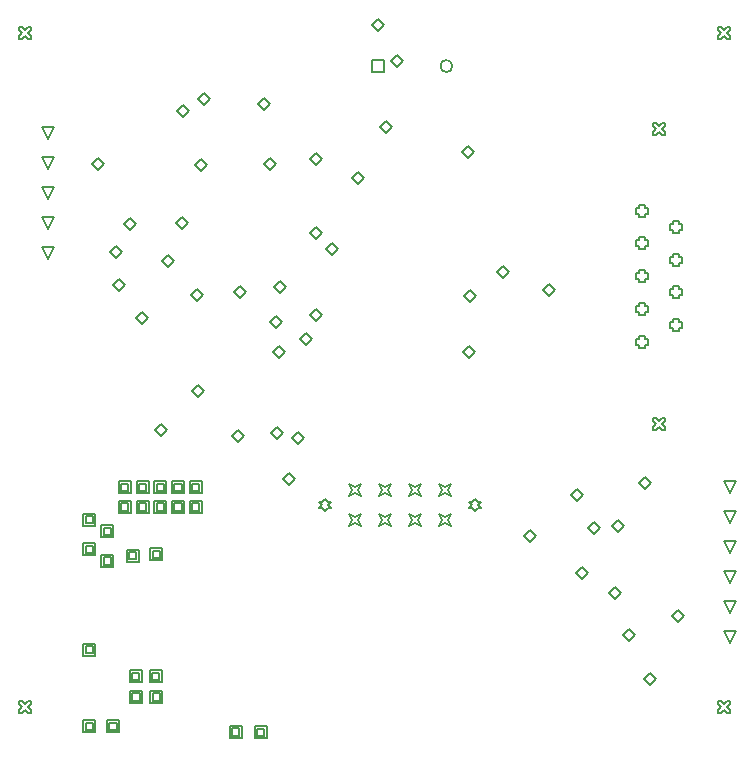
<source format=gbr>
%TF.GenerationSoftware,Altium Limited,Altium Designer,20.2.5 (213)*%
G04 Layer_Color=2752767*
%FSLAX44Y44*%
%MOMM*%
%TF.SameCoordinates,3FE501F2-1E46-4B48-ABA6-5278C61F2325*%
%TF.FilePolarity,Positive*%
%TF.FileFunction,Drawing*%
%TF.Part,Single*%
G01*
G75*
%TA.AperFunction,NonConductor*%
%ADD123C,0.1270*%
%ADD124C,0.1693*%
D123*
X334120Y577920D02*
Y588080D01*
X344280D01*
Y577920D01*
X334120D01*
X637000Y221520D02*
X631920Y231680D01*
X642080D01*
X637000Y221520D01*
Y196120D02*
X631920Y206280D01*
X642080D01*
X637000Y196120D01*
Y170720D02*
X631920Y180880D01*
X642080D01*
X637000Y170720D01*
Y145320D02*
X631920Y155480D01*
X642080D01*
X637000Y145320D01*
Y119920D02*
X631920Y130080D01*
X642080D01*
X637000Y119920D01*
Y94520D02*
X631920Y104680D01*
X642080D01*
X637000Y94520D01*
X60000Y419720D02*
X54920Y429880D01*
X65080D01*
X60000Y419720D01*
Y445120D02*
X54920Y455280D01*
X65080D01*
X60000Y445120D01*
Y470520D02*
X54920Y480680D01*
X65080D01*
X60000Y470520D01*
Y495920D02*
X54920Y506080D01*
X65080D01*
X60000Y495920D01*
Y521320D02*
X54920Y531480D01*
X65080D01*
X60000Y521320D01*
X421642Y206644D02*
X424182Y209184D01*
X426722D01*
X424182Y211724D01*
X426722Y214265D01*
X424182D01*
X421642Y216805D01*
X419102Y214265D01*
X416562D01*
X419102Y211724D01*
X416562Y209184D01*
X419102D01*
X421642Y206644D01*
X294642D02*
X297182Y209184D01*
X299722D01*
X297182Y211724D01*
X299722Y214265D01*
X297182D01*
X294642Y216805D01*
X292102Y214265D01*
X289562D01*
X292102Y211724D01*
X289562Y209184D01*
X292102D01*
X294642Y206644D01*
X314920Y193920D02*
X317460Y199000D01*
X314920Y204080D01*
X320000Y201540D01*
X325080Y204080D01*
X322540Y199000D01*
X325080Y193920D01*
X320000Y196460D01*
X314920Y193920D01*
X340319D02*
X342859Y199000D01*
X340319Y204080D01*
X345399Y201540D01*
X350479Y204080D01*
X347939Y199000D01*
X350479Y193920D01*
X345399Y196460D01*
X340319Y193920D01*
X365717D02*
X368257Y199000D01*
X365717Y204080D01*
X370797Y201540D01*
X375877Y204080D01*
X373337Y199000D01*
X375877Y193920D01*
X370797Y196460D01*
X365717Y193920D01*
X391116D02*
X393656Y199000D01*
X391116Y204080D01*
X396196Y201540D01*
X401276Y204080D01*
X398736Y199000D01*
X401276Y193920D01*
X396196Y196460D01*
X391116Y193920D01*
X391162Y219345D02*
X393702Y224424D01*
X391162Y229505D01*
X396242Y226964D01*
X401322Y229505D01*
X398782Y224424D01*
X401322Y219345D01*
X396242Y221884D01*
X391162Y219345D01*
X365764Y219360D02*
X368304Y224440D01*
X365764Y229520D01*
X370844Y226980D01*
X375924Y229520D01*
X373384Y224440D01*
X375924Y219360D01*
X370844Y221900D01*
X365764Y219360D01*
X340365D02*
X342905Y224440D01*
X340365Y229520D01*
X345445Y226980D01*
X350525Y229520D01*
X347985Y224440D01*
X350525Y219360D01*
X345445Y221900D01*
X340365Y219360D01*
X314966D02*
X317506Y224440D01*
X314966Y229520D01*
X320046Y226980D01*
X325126Y229520D01*
X322586Y224440D01*
X325126Y219360D01*
X320046Y221900D01*
X314966Y219360D01*
X560060Y347210D02*
Y344670D01*
X565140D01*
Y347210D01*
X567680D01*
Y352290D01*
X565140D01*
Y354830D01*
X560060D01*
Y352290D01*
X557520D01*
Y347210D01*
X560060D01*
X588460Y361060D02*
Y358520D01*
X593540D01*
Y361060D01*
X596080D01*
Y366140D01*
X593540D01*
Y368680D01*
X588460D01*
Y366140D01*
X585920D01*
Y361060D01*
X588460D01*
X560060Y374910D02*
Y372370D01*
X565140D01*
Y374910D01*
X567680D01*
Y379990D01*
X565140D01*
Y382530D01*
X560060D01*
Y379990D01*
X557520D01*
Y374910D01*
X560060D01*
X588460Y388760D02*
Y386220D01*
X593540D01*
Y388760D01*
X596080D01*
Y393840D01*
X593540D01*
Y396380D01*
X588460D01*
Y393840D01*
X585920D01*
Y388760D01*
X588460D01*
X560060Y402610D02*
Y400070D01*
X565140D01*
Y402610D01*
X567680D01*
Y407690D01*
X565140D01*
Y410230D01*
X560060D01*
Y407690D01*
X557520D01*
Y402610D01*
X560060D01*
X588460Y416460D02*
Y413920D01*
X593540D01*
Y416460D01*
X596080D01*
Y421540D01*
X593540D01*
Y424080D01*
X588460D01*
Y421540D01*
X585920D01*
Y416460D01*
X588460D01*
X560060Y430310D02*
Y427770D01*
X565140D01*
Y430310D01*
X567680D01*
Y435390D01*
X565140D01*
Y437930D01*
X560060D01*
Y435390D01*
X557520D01*
Y430310D01*
X560060D01*
X588460Y444160D02*
Y441620D01*
X593540D01*
Y444160D01*
X596080D01*
Y449240D01*
X593540D01*
Y451780D01*
X588460D01*
Y449240D01*
X585920D01*
Y444160D01*
X588460D01*
X560060Y458010D02*
Y455470D01*
X565140D01*
Y458010D01*
X567680D01*
Y463090D01*
X565140D01*
Y465630D01*
X560060D01*
Y463090D01*
X557520D01*
Y458010D01*
X560060D01*
X571720Y525020D02*
X574260D01*
X576800Y527560D01*
X579340Y525020D01*
X581880D01*
Y527560D01*
X579340Y530100D01*
X581880Y532640D01*
Y535180D01*
X579340D01*
X576800Y532640D01*
X574260Y535180D01*
X571720D01*
Y532640D01*
X574260Y530100D01*
X571720Y527560D01*
Y525020D01*
Y275120D02*
X574260D01*
X576800Y277660D01*
X579340Y275120D01*
X581880D01*
Y277660D01*
X579340Y280200D01*
X581880Y282740D01*
Y285280D01*
X579340D01*
X576800Y282740D01*
X574260Y285280D01*
X571720D01*
Y282740D01*
X574260Y280200D01*
X571720Y277660D01*
Y275120D01*
X626920Y34920D02*
X629460D01*
X632000Y37460D01*
X634540Y34920D01*
X637080D01*
Y37460D01*
X634540Y40000D01*
X637080Y42540D01*
Y45080D01*
X634540D01*
X632000Y42540D01*
X629460Y45080D01*
X626920D01*
Y42540D01*
X629460Y40000D01*
X626920Y37460D01*
Y34920D01*
X34920D02*
X37460D01*
X40000Y37460D01*
X42540Y34920D01*
X45080D01*
Y37460D01*
X42540Y40000D01*
X45080Y42540D01*
Y45080D01*
X42540D01*
X40000Y42540D01*
X37460Y45080D01*
X34920D01*
Y42540D01*
X37460Y40000D01*
X34920Y37460D01*
Y34920D01*
X34920Y605920D02*
X37460D01*
X40000Y608460D01*
X42540Y605920D01*
X45080D01*
Y608460D01*
X42540Y611000D01*
X45080Y613540D01*
Y616080D01*
X42540D01*
X40000Y613540D01*
X37460Y616080D01*
X34920D01*
Y613540D01*
X37460Y611000D01*
X34920Y608460D01*
Y605920D01*
X626920D02*
X629460D01*
X632000Y608460D01*
X634540Y605920D01*
X637080D01*
Y608460D01*
X634540Y611000D01*
X637080Y613540D01*
Y616080D01*
X634540D01*
X632000Y613540D01*
X629460Y616080D01*
X626920D01*
Y613540D01*
X629460Y611000D01*
X626920Y608460D01*
Y605920D01*
X350320Y587650D02*
X355400Y592730D01*
X360480Y587650D01*
X355400Y582570D01*
X350320Y587650D01*
X409920Y510000D02*
X415000Y515080D01*
X420080Y510000D01*
X415000Y504920D01*
X409920Y510000D01*
X340920Y531000D02*
X346000Y536080D01*
X351080Y531000D01*
X346000Y525920D01*
X340920Y531000D01*
X502520Y220000D02*
X507600Y225080D01*
X512680Y220000D01*
X507600Y214920D01*
X502520Y220000D01*
X180920Y389000D02*
X186000Y394080D01*
X191080Y389000D01*
X186000Y383920D01*
X180920Y389000D01*
X333920Y618000D02*
X339000Y623080D01*
X344080Y618000D01*
X339000Y612920D01*
X333920Y618000D01*
X156065Y418231D02*
X161145Y423311D01*
X166225Y418231D01*
X161145Y413151D01*
X156065Y418231D01*
X249920Y341000D02*
X255000Y346080D01*
X260080Y341000D01*
X255000Y335920D01*
X249920Y341000D01*
X248020Y366100D02*
X253100Y371180D01*
X258180Y366100D01*
X253100Y361020D01*
X248020Y366100D01*
X316920Y488000D02*
X322000Y493080D01*
X327080Y488000D01*
X322000Y482920D01*
X316920Y488000D01*
X281429Y504491D02*
X286509Y509571D01*
X291589Y504491D01*
X286509Y499411D01*
X281429Y504491D01*
X168920Y545000D02*
X174000Y550080D01*
X179080Y545000D01*
X174000Y539920D01*
X168920Y545000D01*
X186920Y555102D02*
X192000Y560182D01*
X197080Y555102D01*
X192000Y550022D01*
X186920Y555102D01*
X149920Y275000D02*
X155000Y280080D01*
X160080Y275000D01*
X155000Y269920D01*
X149920Y275000D01*
X181920Y308000D02*
X187000Y313080D01*
X192080Y308000D01*
X187000Y302920D01*
X181920Y308000D01*
X215915Y269600D02*
X220995Y274680D01*
X226075Y269600D01*
X220995Y264520D01*
X215915Y269600D01*
X248920Y272000D02*
X254000Y277080D01*
X259080Y272000D01*
X254000Y266920D01*
X248920Y272000D01*
X216920Y392000D02*
X222000Y397080D01*
X227080Y392000D01*
X222000Y386920D01*
X216920Y392000D01*
X281644Y441276D02*
X286724Y446356D01*
X291804Y441276D01*
X286724Y436196D01*
X281644Y441276D01*
X167920Y450000D02*
X173000Y455080D01*
X178080Y450000D01*
X173000Y444920D01*
X167920Y450000D01*
X516920Y192000D02*
X522000Y197080D01*
X527080Y192000D01*
X522000Y186920D01*
X516920Y192000D01*
X536917Y193998D02*
X541997Y199078D01*
X547077Y193998D01*
X541997Y188918D01*
X536917Y193998D01*
X478920Y393000D02*
X484000Y398080D01*
X489080Y393000D01*
X484000Y387920D01*
X478920Y393000D01*
X183920Y499000D02*
X189000Y504080D01*
X194080Y499000D01*
X189000Y493920D01*
X183920Y499000D01*
X563920Y64000D02*
X569000Y69080D01*
X574080Y64000D01*
X569000Y58920D01*
X563920Y64000D01*
X410920Y341000D02*
X416000Y346080D01*
X421080Y341000D01*
X416000Y335920D01*
X410920Y341000D01*
X272920Y352000D02*
X278000Y357080D01*
X283080Y352000D01*
X278000Y346920D01*
X272920Y352000D01*
X111920Y426000D02*
X117000Y431080D01*
X122080Y426000D01*
X117000Y420920D01*
X111920Y426000D01*
X123920Y449000D02*
X129000Y454080D01*
X134080Y449000D01*
X129000Y443920D01*
X123920Y449000D01*
X439920Y409000D02*
X445000Y414080D01*
X450080Y409000D01*
X445000Y403920D01*
X439920Y409000D01*
X559920Y230000D02*
X565000Y235080D01*
X570080Y230000D01*
X565000Y224920D01*
X559920Y230000D01*
X462920Y185000D02*
X468000Y190080D01*
X473080Y185000D01*
X468000Y179920D01*
X462920Y185000D01*
X506920Y154000D02*
X512000Y159080D01*
X517080Y154000D01*
X512000Y148920D01*
X506920Y154000D01*
X96920Y500000D02*
X102000Y505080D01*
X107080Y500000D01*
X102000Y494920D01*
X96920Y500000D01*
X114920Y398000D02*
X120000Y403080D01*
X125080Y398000D01*
X120000Y392920D01*
X114920Y398000D01*
X265920Y268000D02*
X271000Y273080D01*
X276080Y268000D01*
X271000Y262920D01*
X265920Y268000D01*
X294920Y428000D02*
X300000Y433080D01*
X305080Y428000D01*
X300000Y422920D01*
X294920Y428000D01*
X411920Y388000D02*
X417000Y393080D01*
X422080Y388000D01*
X417000Y382920D01*
X411920Y388000D01*
X281920Y372400D02*
X287000Y377480D01*
X292080Y372400D01*
X287000Y367320D01*
X281920Y372400D01*
X534920Y137000D02*
X540000Y142080D01*
X545080Y137000D01*
X540000Y131920D01*
X534920Y137000D01*
X250920Y396000D02*
X256000Y401080D01*
X261080Y396000D01*
X256000Y390920D01*
X250920Y396000D01*
X237920Y551000D02*
X243000Y556080D01*
X248080Y551000D01*
X243000Y545920D01*
X237920Y551000D01*
X242920Y500000D02*
X248000Y505080D01*
X253080Y500000D01*
X248000Y494920D01*
X242920Y500000D01*
X587920Y117000D02*
X593000Y122080D01*
X598080Y117000D01*
X593000Y111920D01*
X587920Y117000D01*
X258920Y233000D02*
X264000Y238080D01*
X269080Y233000D01*
X264000Y227920D01*
X258920Y233000D01*
X133920Y370000D02*
X139000Y375080D01*
X144080Y370000D01*
X139000Y364920D01*
X133920Y370000D01*
X546920Y101000D02*
X552000Y106080D01*
X557080Y101000D01*
X552000Y95920D01*
X546920Y101000D01*
X119420Y221170D02*
Y231330D01*
X129580D01*
Y221170D01*
X119420D01*
X121452Y223202D02*
Y229298D01*
X127548D01*
Y223202D01*
X121452D01*
X149670Y221170D02*
Y231330D01*
X159830D01*
Y221170D01*
X149670D01*
X151702Y223202D02*
Y229298D01*
X157798D01*
Y223202D01*
X151702D01*
X164670Y221170D02*
Y231330D01*
X174830D01*
Y221170D01*
X164670D01*
X166702Y223202D02*
Y229298D01*
X172798D01*
Y223202D01*
X166702D01*
X179670Y221170D02*
Y231330D01*
X189830D01*
Y221170D01*
X179670D01*
X181702Y223202D02*
Y229298D01*
X187798D01*
Y223202D01*
X181702D01*
X119670Y204670D02*
Y214830D01*
X129830D01*
Y204670D01*
X119670D01*
X121702Y206702D02*
Y212798D01*
X127798D01*
Y206702D01*
X121702D01*
X149670Y204670D02*
Y214830D01*
X159830D01*
Y204670D01*
X149670D01*
X151702Y206702D02*
Y212798D01*
X157798D01*
Y206702D01*
X151702D01*
X164670Y204670D02*
Y214830D01*
X174830D01*
Y204670D01*
X164670D01*
X166702Y206702D02*
Y212798D01*
X172798D01*
Y206702D01*
X166702D01*
X179670Y204670D02*
Y214830D01*
X189830D01*
Y204670D01*
X179670D01*
X181702Y206702D02*
Y212798D01*
X187798D01*
Y206702D01*
X181702D01*
X104670Y183920D02*
Y194080D01*
X114830D01*
Y183920D01*
X104670D01*
X106702Y185952D02*
Y192048D01*
X112798D01*
Y185952D01*
X106702D01*
X104670Y158920D02*
Y169080D01*
X114830D01*
Y158920D01*
X104670D01*
X106702Y160952D02*
Y167048D01*
X112798D01*
Y160952D01*
X106702D01*
X126420Y163420D02*
Y173580D01*
X136580D01*
Y163420D01*
X126420D01*
X128452Y165452D02*
Y171548D01*
X134548D01*
Y165452D01*
X128452D01*
X146420Y164420D02*
Y174580D01*
X156580D01*
Y164420D01*
X146420D01*
X148452Y166452D02*
Y172548D01*
X154548D01*
Y166452D01*
X148452D01*
X128920Y61170D02*
Y71330D01*
X139080D01*
Y61170D01*
X128920D01*
X130952Y63202D02*
Y69298D01*
X137048D01*
Y63202D01*
X130952D01*
X145920Y61170D02*
Y71330D01*
X156080D01*
Y61170D01*
X145920D01*
X147952Y63202D02*
Y69298D01*
X154048D01*
Y63202D01*
X147952D01*
X134670Y221170D02*
Y231330D01*
X144830D01*
Y221170D01*
X134670D01*
X136702Y223202D02*
Y229298D01*
X142798D01*
Y223202D01*
X136702D01*
X89670Y193920D02*
Y204080D01*
X99830D01*
Y193920D01*
X89670D01*
X91702Y195952D02*
Y202048D01*
X97798D01*
Y195952D01*
X91702D01*
X134670Y204670D02*
Y214830D01*
X144830D01*
Y204670D01*
X134670D01*
X136702Y206702D02*
Y212798D01*
X142798D01*
Y206702D01*
X136702D01*
X109670Y18920D02*
Y29080D01*
X119830D01*
Y18920D01*
X109670D01*
X111702Y20952D02*
Y27048D01*
X117798D01*
Y20952D01*
X111702D01*
X89670Y18920D02*
Y29080D01*
X99830D01*
Y18920D01*
X89670D01*
X91702Y20952D02*
Y27048D01*
X97798D01*
Y20952D01*
X91702D01*
X234670Y13920D02*
Y24080D01*
X244830D01*
Y13920D01*
X234670D01*
X236702Y15952D02*
Y22048D01*
X242798D01*
Y15952D01*
X236702D01*
X213670Y14170D02*
Y24330D01*
X223830D01*
Y14170D01*
X213670D01*
X215702Y16202D02*
Y22298D01*
X221798D01*
Y16202D01*
X215702D01*
X129170Y43670D02*
Y53830D01*
X139330D01*
Y43670D01*
X129170D01*
X131202Y45702D02*
Y51798D01*
X137298D01*
Y45702D01*
X131202D01*
X146170Y43670D02*
Y53830D01*
X156330D01*
Y43670D01*
X146170D01*
X148202Y45702D02*
Y51798D01*
X154298D01*
Y45702D01*
X148202D01*
X89670Y168920D02*
Y179080D01*
X99830D01*
Y168920D01*
X89670D01*
X91702Y170952D02*
Y177048D01*
X97798D01*
Y170952D01*
X91702D01*
X89670Y83920D02*
Y94080D01*
X99830D01*
Y83920D01*
X89670D01*
X91702Y85952D02*
Y92048D01*
X97798D01*
Y85952D01*
X91702D01*
D124*
X402080Y583000D02*
G03*
X402080Y583000I-5080J0D01*
G01*
%TF.MD5,116df5aa73e8d7b5544dfd660ed8a7f7*%
M02*

</source>
